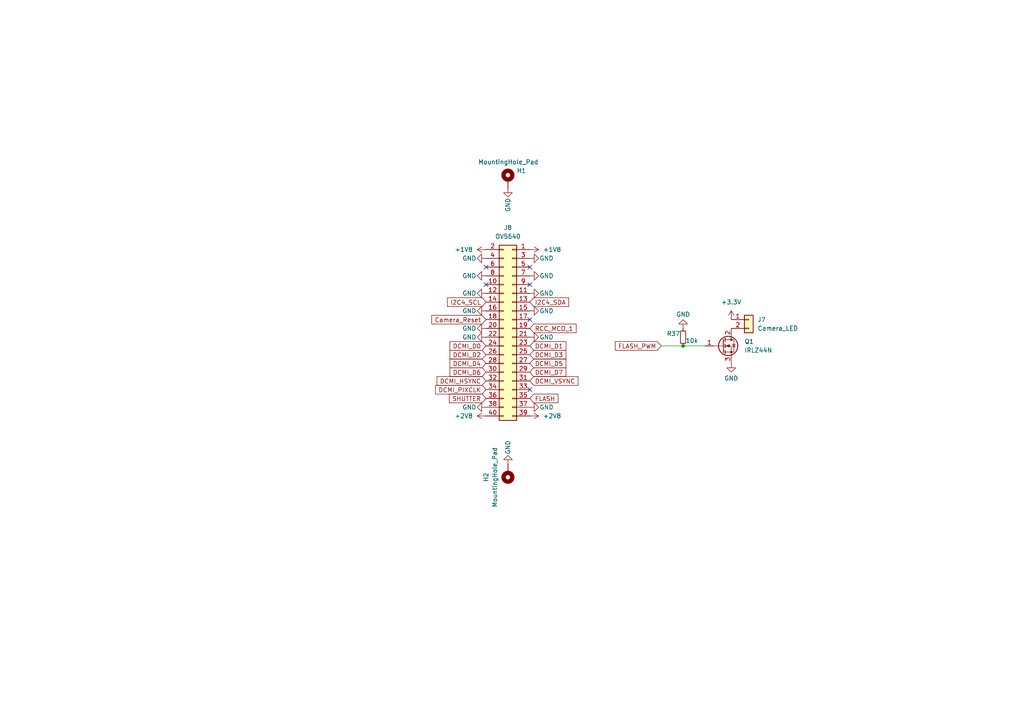
<source format=kicad_sch>
(kicad_sch (version 20250114) (generator "eeschema") (generator_version "9.0")
  (paper "A4")
  (title_block (title "Camera") (date "2025-02-03") (rev "1.0") (company "Roboties"))
  (lib_symbols
    (symbol "Connector_Generic:Conn_01x02" (pin_names (offset 1.016) (hide yes))
      (property "Reference" "J" (at 0 2.54 0))
      (property "Value" "Conn_01x02" (at 0 -5.08 0))
      (symbol "Conn_01x02_1_1"
        (rectangle (start -1.27 1.27) (end 1.27 -3.81) (stroke (width 0.254)) (fill (type background)))
        (rectangle (start -1.27 0.127) (end 0 -0.127) (stroke (width 0.1524)))
        (rectangle (start -1.27 -2.413) (end 0 -2.667) (stroke (width 0.1524)))
        (pin passive line (at -5.08 0 0) (length 3.81) (name "Pin_1") (number "1"))
        (pin passive line (at -5.08 -2.54 0) (length 3.81) (name "Pin_2") (number "2"))
      )
    )
    (symbol "Connector_Generic:Conn_02x20_Odd_Even" (pin_names (offset 1.016) (hide yes))
      (property "Reference" "J" (at 1.27 25.4 0))
      (property "Value" "Conn_02x20_Odd_Even" (at 1.27 -27.94 0))
      (symbol "Conn_02x20_Odd_Even_1_1"
        (rectangle (start -1.27 24.13) (end 3.81 -26.67) (stroke (width 0.254)) (fill (type background)))
        (rectangle (start -1.27 22.987) (end 0 22.733) (stroke (width 0.1524)))
        (rectangle (start -1.27 20.447) (end 0 20.193) (stroke (width 0.1524)))
        (rectangle (start -1.27 17.907) (end 0 17.653) (stroke (width 0.1524)))
        (rectangle (start -1.27 15.367) (end 0 15.113) (stroke (width 0.1524)))
        (rectangle (start -1.27 12.827) (end 0 12.573) (stroke (width 0.1524)))
        (rectangle (start -1.27 10.287) (end 0 10.033) (stroke (width 0.1524)))
        (rectangle (start -1.27 7.747) (end 0 7.493) (stroke (width 0.1524)))
        (rectangle (start -1.27 5.207) (end 0 4.953) (stroke (width 0.1524)))
        (rectangle (start -1.27 2.667) (end 0 2.413) (stroke (width 0.1524)))
        (rectangle (start -1.27 0.127) (end 0 -0.127) (stroke (width 0.1524)))
        (rectangle (start -1.27 -2.413) (end 0 -2.667) (stroke (width 0.1524)))
        (rectangle (start -1.27 -4.953) (end 0 -5.207) (stroke (width 0.1524)))
        (rectangle (start -1.27 -7.493) (end 0 -7.747) (stroke (width 0.1524)))
        (rectangle (start -1.27 -10.033) (end 0 -10.287) (stroke (width 0.1524)))
        (rectangle (start -1.27 -12.573) (end 0 -12.827) (stroke (width 0.1524)))
        (rectangle (start -1.27 -15.113) (end 0 -15.367) (stroke (width 0.1524)))
        (rectangle (start -1.27 -17.653) (end 0 -17.907) (stroke (width 0.1524)))
        (rectangle (start -1.27 -20.193) (end 0 -20.447) (stroke (width 0.1524)))
        (rectangle (start -1.27 -22.733) (end 0 -22.987) (stroke (width 0.1524)))
        (rectangle (start -1.27 -25.273) (end 0 -25.527) (stroke (width 0.1524)))
        (rectangle (start 3.81 22.987) (end 2.54 22.733) (stroke (width 0.1524)))
        (rectangle (start 3.81 20.447) (end 2.54 20.193) (stroke (width 0.1524)))
        (rectangle (start 3.81 17.907) (end 2.54 17.653) (stroke (width 0.1524)))
        (rectangle (start 3.81 15.367) (end 2.54 15.113) (stroke (width 0.1524)))
        (rectangle (start 3.81 12.827) (end 2.54 12.573) (stroke (width 0.1524)))
        (rectangle (start 3.81 10.287) (end 2.54 10.033) (stroke (width 0.1524)))
        (rectangle (start 3.81 7.747) (end 2.54 7.493) (stroke (width 0.1524)))
        (rectangle (start 3.81 5.207) (end 2.54 4.953) (stroke (width 0.1524)))
        (rectangle (start 3.81 2.667) (end 2.54 2.413) (stroke (width 0.1524)))
        (rectangle (start 3.81 0.127) (end 2.54 -0.127) (stroke (width 0.1524)))
        (rectangle (start 3.81 -2.413) (end 2.54 -2.667) (stroke (width 0.1524)))
        (rectangle (start 3.81 -4.953) (end 2.54 -5.207) (stroke (width 0.1524)))
        (rectangle (start 3.81 -7.493) (end 2.54 -7.747) (stroke (width 0.1524)))
        (rectangle (start 3.81 -10.033) (end 2.54 -10.287) (stroke (width 0.1524)))
        (rectangle (start 3.81 -12.573) (end 2.54 -12.827) (stroke (width 0.1524)))
        (rectangle (start 3.81 -15.113) (end 2.54 -15.367) (stroke (width 0.1524)))
        (rectangle (start 3.81 -17.653) (end 2.54 -17.907) (stroke (width 0.1524)))
        (rectangle (start 3.81 -20.193) (end 2.54 -20.447) (stroke (width 0.1524)))
        (rectangle (start 3.81 -22.733) (end 2.54 -22.987) (stroke (width 0.1524)))
        (rectangle (start 3.81 -25.273) (end 2.54 -25.527) (stroke (width 0.1524)))
        (pin passive line (at -5.08 22.86 0) (length 3.81) (name "Pin_1") (number "1"))
        (pin passive line (at -5.08 20.32 0) (length 3.81) (name "Pin_3") (number "3"))
        (pin passive line (at -5.08 17.78 0) (length 3.81) (name "Pin_5") (number "5"))
        (pin passive line (at -5.08 15.24 0) (length 3.81) (name "Pin_7") (number "7"))
        (pin passive line (at -5.08 12.7 0) (length 3.81) (name "Pin_9") (number "9"))
        (pin passive line (at -5.08 10.16 0) (length 3.81) (name "Pin_11") (number "11"))
        (pin passive line (at -5.08 7.62 0) (length 3.81) (name "Pin_13") (number "13"))
        (pin passive line (at -5.08 5.08 0) (length 3.81) (name "Pin_15") (number "15"))
        (pin passive line (at -5.08 2.54 0) (length 3.81) (name "Pin_17") (number "17"))
        (pin passive line (at -5.08 0 0) (length 3.81) (name "Pin_19") (number "19"))
        (pin passive line (at -5.08 -2.54 0) (length 3.81) (name "Pin_21") (number "21"))
        (pin passive line (at -5.08 -5.08 0) (length 3.81) (name "Pin_23") (number "23"))
        (pin passive line (at -5.08 -7.62 0) (length 3.81) (name "Pin_25") (number "25"))
        (pin passive line (at -5.08 -10.16 0) (length 3.81) (name "Pin_27") (number "27"))
        (pin passive line (at -5.08 -12.7 0) (length 3.81) (name "Pin_29") (number "29"))
        (pin passive line (at -5.08 -15.24 0) (length 3.81) (name "Pin_31") (number "31"))
        (pin passive line (at -5.08 -17.78 0) (length 3.81) (name "Pin_33") (number "33"))
        (pin passive line (at -5.08 -20.32 0) (length 3.81) (name "Pin_35") (number "35"))
        (pin passive line (at -5.08 -22.86 0) (length 3.81) (name "Pin_37") (number "37"))
        (pin passive line (at -5.08 -25.4 0) (length 3.81) (name "Pin_39") (number "39"))
        (pin passive line (at 7.62 22.86 180) (length 3.81) (name "Pin_2") (number "2"))
        (pin passive line (at 7.62 20.32 180) (length 3.81) (name "Pin_4") (number "4"))
        (pin passive line (at 7.62 17.78 180) (length 3.81) (name "Pin_6") (number "6"))
        (pin passive line (at 7.62 15.24 180) (length 3.81) (name "Pin_8") (number "8"))
        (pin passive line (at 7.62 12.7 180) (length 3.81) (name "Pin_10") (number "10"))
        (pin passive line (at 7.62 10.16 180) (length 3.81) (name "Pin_12") (number "12"))
        (pin passive line (at 7.62 7.62 180) (length 3.81) (name "Pin_14") (number "14"))
        (pin passive line (at 7.62 5.08 180) (length 3.81) (name "Pin_16") (number "16"))
        (pin passive line (at 7.62 2.54 180) (length 3.81) (name "Pin_18") (number "18"))
        (pin passive line (at 7.62 0 180) (length 3.81) (name "Pin_20") (number "20"))
        (pin passive line (at 7.62 -2.54 180) (length 3.81) (name "Pin_22") (number "22"))
        (pin passive line (at 7.62 -5.08 180) (length 3.81) (name "Pin_24") (number "24"))
        (pin passive line (at 7.62 -7.62 180) (length 3.81) (name "Pin_26") (number "26"))
        (pin passive line (at 7.62 -10.16 180) (length 3.81) (name "Pin_28") (number "28"))
        (pin passive line (at 7.62 -12.7 180) (length 3.81) (name "Pin_30") (number "30"))
        (pin passive line (at 7.62 -15.24 180) (length 3.81) (name "Pin_32") (number "32"))
        (pin passive line (at 7.62 -17.78 180) (length 3.81) (name "Pin_34") (number "34"))
        (pin passive line (at 7.62 -20.32 180) (length 3.81) (name "Pin_36") (number "36"))
        (pin passive line (at 7.62 -22.86 180) (length 3.81) (name "Pin_38") (number "38"))
        (pin passive line (at 7.62 -25.4 180) (length 3.81) (name "Pin_40") (number "40"))
      )
    )
    (symbol "Device:R_Small" (pin_numbers (hide yes)) (pin_names (offset 0.254) (hide yes))
      (property "Reference" "R" (at 0.762 0.508 0))
      (property "Value" "R_Small" (at 0.762 -1.016 0))
      (symbol "R_Small_0_1"
        (rectangle (start -0.762 1.778) (end 0.762 -1.778) (stroke (width 0.2032)))
      )
      (symbol "R_Small_1_1"
        (pin passive line (at 0 2.54 270) (length 0.762) (name "~") (number "1"))
        (pin passive line (at 0 -2.54 90) (length 0.762) (name "~") (number "2"))
      )
    )
    (symbol "Mechanical:MountingHole_Pad" (pin_numbers (hide yes)) (pin_names (offset 1.016) (hide yes)) (exclude_from_sim yes) (in_bom no)
      (property "Reference" "H" (at 0 6.35 0))
      (property "Value" "MountingHole_Pad" (at 0 4.445 0))
      (symbol "MountingHole_Pad_0_1"
        (circle (center 0 1.27) (radius 1.27) (stroke (width 1.27)))
      )
      (symbol "MountingHole_Pad_1_1"
        (pin input line (at 0 -2.54 90) (length 2.54) (name "1") (number "1"))
      )
    )
    (symbol "Transistor_FET:IRLZ34N" (pin_names (hide yes))
      (property "Reference" "Q" (at 5.08 1.905 0))
      (property "Value" "IRLZ34N" (at 5.08 0 0))
      (symbol "IRLZ34N_0_1"
        (polyline (pts (xy 0.254 1.905) (xy 0.254 -1.905)) (stroke (width 0.254)))
        (polyline (pts (xy 0.254 0) (xy -2.54 0)))
        (polyline (pts (xy 0.762 2.286) (xy 0.762 1.27)) (stroke (width 0.254)))
        (polyline (pts (xy 0.762 0.508) (xy 0.762 -0.508)) (stroke (width 0.254)))
        (polyline (pts (xy 0.762 -1.27) (xy 0.762 -2.286)) (stroke (width 0.254)))
        (polyline (pts (xy 0.762 -1.778) (xy 3.302 -1.778) (xy 3.302 1.778) (xy 0.762 1.778)))
        (polyline (pts (xy 1.016 0) (xy 2.032 0.381) (xy 2.032 -0.381) (xy 1.016 0)) (fill (type outline)))
        (circle (center 1.651 0) (radius 2.794) (stroke (width 0.254)))
        (polyline (pts (xy 2.54 2.54) (xy 2.54 1.778)))
        (circle (center 2.54 1.778) (radius 0.254) (fill (type outline)))
        (circle (center 2.54 -1.778) (radius 0.254) (fill (type outline)))
        (polyline (pts (xy 2.54 -2.54) (xy 2.54 0) (xy 0.762 0)))
        (polyline (pts (xy 2.794 0.508) (xy 2.921 0.381) (xy 3.683 0.381) (xy 3.81 0.254)))
        (polyline (pts (xy 3.302 0.381) (xy 2.921 -0.254) (xy 3.683 -0.254) (xy 3.302 0.381)))
      )
      (symbol "IRLZ34N_1_1"
        (pin input line (at -5.08 0 0) (length 2.54) (name "G") (number "1"))
        (pin passive line (at 2.54 5.08 270) (length 2.54) (name "D") (number "2"))
        (pin passive line (at 2.54 -5.08 90) (length 2.54) (name "S") (number "3"))
      )
    )
    (symbol "power:+2V8" (power) (pin_numbers (hide yes)) (pin_names (offset 0) (hide yes))
      (property "Value" "+2V8" (at 0 3.556 0))
      (symbol "+2V8_0_1"
        (polyline (pts (xy -0.762 1.27) (xy 0 2.54)))
        (polyline (pts (xy 0 2.54) (xy 0.762 1.27)))
        (polyline (pts (xy 0 0) (xy 0 2.54)))
      )
      (symbol "+2V8_1_1"
        (pin power_in line (at 0 0 90) (length 0) (name "~") (number "1"))
      )
    )
    (symbol "power:+3.3V" (power) (pin_numbers (hide yes)) (pin_names (offset 0) (hide yes))
      (property "Value" "+3.3V" (at 0 3.556 0))
      (symbol "+3.3V_0_1"
        (polyline (pts (xy -0.762 1.27) (xy 0 2.54)))
        (polyline (pts (xy 0 2.54) (xy 0.762 1.27)))
        (polyline (pts (xy 0 0) (xy 0 2.54)))
      )
      (symbol "+3.3V_1_1"
        (pin power_in line (at 0 0 90) (length 0) (name "~") (number "1"))
      )
    )
    (symbol "power:GND" (power) (pin_numbers (hide yes)) (pin_names (offset 0) (hide yes))
      (property "Value" "GND" (at 0 -3.81 0))
      (symbol "GND_0_1"
        (polyline (pts (xy 0 0) (xy 0 -1.27) (xy 1.27 -1.27) (xy 0 -2.54) (xy -1.27 -1.27) (xy 0 -1.27)))
      )
      (symbol "GND_1_1"
        (pin power_in line (at 0 0 270) (length 0) (name "~") (number "1"))
      )
    )
  )
  (junction (at 198.12 100.33))
  (no_connect (at 153.67 113.03))
  (no_connect (at 153.67 82.55))
  (no_connect (at 153.67 77.47))
  (no_connect (at 140.97 77.47))
  (no_connect (at 153.67 92.71))
  (no_connect (at 140.97 82.55))
  (wire (pts (xy 191.77 100.33) (xy 198.12 100.33)))
  (wire (pts (xy 198.12 100.33) (xy 204.47 100.33)))
  (global_label "DCMI_D3" (shape input) (at 153.67 102.87 0) (property "Intersheetrefs" "${INTERSHEET_REFS}" (effects (hide yes))))
  (global_label "FLASH" (shape input) (at 153.67 115.57 0) (property "Intersheetrefs" "${INTERSHEET_REFS}" (effects (hide yes))))
  (global_label "DCMI_D6" (shape input) (at 140.97 107.95 180) (property "Intersheetrefs" "${INTERSHEET_REFS}" (effects (hide yes))))
  (global_label "DCMI_PIXCLK" (shape input) (at 140.97 113.03 180) (property "Intersheetrefs" "${INTERSHEET_REFS}" (effects (hide yes))))
  (global_label "Camera_Reset" (shape input) (at 140.97 92.71 180) (property "Intersheetrefs" "${INTERSHEET_REFS}" (effects (hide yes))))
  (global_label "DCMI_D2" (shape input) (at 140.97 102.87 180) (property "Intersheetrefs" "${INTERSHEET_REFS}" (effects (hide yes))))
  (global_label "DCMI_VSYNC" (shape input) (at 153.67 110.49 0) (property "Intersheetrefs" "${INTERSHEET_REFS}" (effects (hide yes))))
  (global_label "I2C4_SCL" (shape input) (at 140.97 87.63 180) (property "Intersheetrefs" "${INTERSHEET_REFS}" (effects (hide yes))))
  (global_label "DCMI_D4" (shape input) (at 140.97 105.41 180) (property "Intersheetrefs" "${INTERSHEET_REFS}" (effects (hide yes))))
  (global_label "DCMI_D0" (shape input) (at 140.97 100.33 180) (property "Intersheetrefs" "${INTERSHEET_REFS}" (effects (hide yes))))
  (global_label "DCMI_HSYNC" (shape input) (at 140.97 110.49 180) (property "Intersheetrefs" "${INTERSHEET_REFS}" (effects (hide yes))))
  (global_label "DCMI_D1" (shape input) (at 153.67 100.33 0) (property "Intersheetrefs" "${INTERSHEET_REFS}" (effects (hide yes))))
  (global_label "SHUTTER" (shape input) (at 140.97 115.57 180) (property "Intersheetrefs" "${INTERSHEET_REFS}" (effects (hide yes))))
  (global_label "DCMI_D7" (shape input) (at 153.67 107.95 0) (property "Intersheetrefs" "${INTERSHEET_REFS}" (effects (hide yes))))
  (global_label "I2C4_SDA" (shape input) (at 153.67 87.63 0) (property "Intersheetrefs" "${INTERSHEET_REFS}" (effects (hide yes))))
  (global_label "RCC_MCO_1" (shape input) (at 153.67 95.25 0) (property "Intersheetrefs" "${INTERSHEET_REFS}" (effects (hide yes))))
  (global_label "FLASH_PWM" (shape input) (at 191.77 100.33 180) (property "Intersheetrefs" "${INTERSHEET_REFS}" (effects (hide yes))))
  (global_label "DCMI_D5" (shape input) (at 153.67 105.41 0) (property "Intersheetrefs" "${INTERSHEET_REFS}" (effects (hide yes))))
  (symbol (lib_id "power:GND") (at 153.67 74.93 90) (unit 1)
    (property "Reference" "#PWR081" (effects (hide yes)))
    (property "Value" "GND" (at 156.464 74.93 90) (effects (justify right)))
    (property "Description" "Power symbol creates a global label with name \"GND\" , ground" (effects (hide yes)))
  )
  (symbol (lib_id "power:GND") (at 140.97 97.79 270) (unit 1)
    (property "Reference" "#PWR088" (effects (hide yes)))
    (property "Value" "GND" (at 138.176 97.79 90) (effects (justify right)))
    (property "Description" "Power symbol creates a global label with name \"GND\" , ground" (effects (hide yes)))
  )
  (symbol (lib_id "Connector_Generic:Conn_01x02") (at 217.17 92.71 0) (unit 1)
    (property "Reference" "J7" (at 219.71 92.7099 0) (effects (justify left)))
    (property "Value" "Camera_LED" (at 219.71 95.2499 0) (effects (justify left)))
    (property "Footprint" "Connector_PinHeader_2.54mm:PinHeader_1x02_P2.54mm_Vertical" (effects (hide yes)))
    (property "Description" "Generic connector, single row, 01x02, script generated (kicad-library-utils/schlib/autogen/connector/)" (effects (hide yes)))
  )
  (symbol (lib_id "power:+3.3V") (at 212.09 92.71 0) (unit 1)
    (property "Reference" "#PWR0115" (effects (hide yes)))
    (property "Value" "+3.3V" (at 212.09 87.63 0))
    (property "Description" "Power symbol creates a global label with name \"+3.3V\"" (effects (hide yes)))
  )
  (symbol (lib_id "power:GND") (at 212.09 105.41 0) (unit 1)
    (property "Reference" "#PWR0116" (effects (hide yes)))
    (property "Value" "GND" (at 214.122 109.728 0) (effects (justify right)))
    (property "Description" "Power symbol creates a global label with name \"GND\" , ground" (effects (hide yes)))
  )
  (symbol (lib_id "power:GND") (at 147.32 54.61 0) (unit 1)
    (property "Reference" "#PWR095" (effects (hide yes)))
    (property "Value" "GND" (at 147.32 57.404 90) (effects (justify right)))
    (property "Description" "Power symbol creates a global label with name \"GND\" , ground" (effects (hide yes)))
  )
  (symbol (lib_id "power:+2V8") (at 153.67 120.65 270) (unit 1)
    (property "Reference" "#PWR092" (effects (hide yes)))
    (property "Value" "+2V8" (at 157.48 120.6499 90) (effects (justify left)))
    (property "Description" "Power symbol creates a global label with name \"+2V8\"" (effects (hide yes)))
  )
  (symbol (lib_id "Transistor_FET:IRLZ34N") (at 209.55 100.33 0) (unit 1)
    (property "Reference" "Q1" (at 215.9 99.0599 0) (effects (justify left)))
    (property "Value" "IRLZ44N" (at 215.9 101.5999 0) (effects (justify left)))
    (property "Footprint" "Package_TO_SOT_THT:TO-220-3_Horizontal_TabDown" (effects (hide yes)))
    (property "Datasheet" "http://www.infineon.com/dgdl/irlz34npbf.pdf?fileId=5546d462533600a40153567206892720" (effects (hide yes)))
    (property "Description" "30A Id, 55V Vds, 35mOhm Rds, N-Channel HEXFET Power MOSFET, TO-220AB" (effects (hide yes)))
  )
  (symbol (lib_id "power:+2V8") (at 153.67 72.39 270) (unit 1)
    (property "Reference" "#PWR0128" (effects (hide yes)))
    (property "Value" "+1V8" (at 157.48 72.3899 90) (effects (justify left)))
    (property "Description" "Power symbol creates a global label with name \"+2V8\"" (effects (hide yes)))
  )
  (symbol (lib_id "power:+2V8") (at 140.97 120.65 90) (unit 1)
    (property "Reference" "#PWR093" (effects (hide yes)))
    (property "Value" "+2V8" (at 137.16 120.6499 90) (effects (justify left)))
    (property "Description" "Power symbol creates a global label with name \"+2V8\"" (effects (hide yes)))
  )
  (symbol (lib_id "Connector_Generic:Conn_02x20_Odd_Even") (at 148.59 95.25 0) (mirror y) (unit 1)
    (property "Reference" "J8" (at 147.32 66.04 0))
    (property "Value" "OV5640" (at 147.32 68.58 0))
    (property "Footprint" "Connector_PinSocket_1.00mm:PinSocket_2x20_P1.00mm_Vertical_SMD" (effects (hide yes)))
    (property "Description" "Generic connector, double row, 02x20, odd/even pin numbering scheme (row 1 odd numbers, row 2 even numbers), script generated (kicad-library-utils/schlib/autogen/connector/)" (effects (hide yes)))
  )
  (symbol (lib_id "power:GND") (at 153.67 85.09 90) (unit 1)
    (property "Reference" "#PWR086" (effects (hide yes)))
    (property "Value" "GND" (at 156.464 85.09 90) (effects (justify right)))
    (property "Description" "Power symbol creates a global label with name \"GND\" , ground" (effects (hide yes)))
  )
  (symbol (lib_id "power:GND") (at 140.97 74.93 270) (unit 1)
    (property "Reference" "#PWR082" (effects (hide yes)))
    (property "Value" "GND" (at 138.176 74.93 90) (effects (justify right)))
    (property "Description" "Power symbol creates a global label with name \"GND\" , ground" (effects (hide yes)))
  )
  (symbol (lib_id "power:GND") (at 198.12 95.25 180) (unit 1)
    (property "Reference" "#PWR0113" (effects (hide yes)))
    (property "Value" "GND" (at 196.088 91.186 0) (effects (justify right)))
    (property "Description" "Power symbol creates a global label with name \"GND\" , ground" (effects (hide yes)))
  )
  (symbol (lib_id "power:GND") (at 147.32 134.62 180) (unit 1)
    (property "Reference" "#PWR094" (effects (hide yes)))
    (property "Value" "GND" (at 147.32 131.826 90) (effects (justify right)))
    (property "Description" "Power symbol creates a global label with name \"GND\" , ground" (effects (hide yes)))
  )
  (symbol (lib_id "power:GND") (at 153.67 97.79 90) (unit 1)
    (property "Reference" "#PWR089" (effects (hide yes)))
    (property "Value" "GND" (at 156.464 97.79 90) (effects (justify right)))
    (property "Description" "Power symbol creates a global label with name \"GND\" , ground" (effects (hide yes)))
  )
  (symbol (lib_id "power:GND") (at 153.67 118.11 90) (unit 1)
    (property "Reference" "#PWR090" (effects (hide yes)))
    (property "Value" "GND" (at 156.464 118.11 90) (effects (justify right)))
    (property "Description" "Power symbol creates a global label with name \"GND\" , ground" (effects (hide yes)))
  )
  (symbol (lib_id "Device:R_Small") (at 198.12 97.79 180) (unit 1)
    (property "Reference" "R37" (at 195.326 96.774 0))
    (property "Value" "10k" (at 200.66 98.806 0))
    (property "Footprint" "Resistor_SMD:R_0603_1608Metric" (effects (hide yes)))
    (property "Description" "Resistor, small symbol" (effects (hide yes)))
  )
  (symbol (lib_id "power:GND") (at 140.97 95.25 270) (unit 1)
    (property "Reference" "#PWR0140" (effects (hide yes)))
    (property "Value" "GND" (at 138.176 95.25 90) (effects (justify right)))
    (property "Description" "Power symbol creates a global label with name \"GND\" , ground" (effects (hide yes)))
  )
  (symbol (lib_id "Mechanical:MountingHole_Pad") (at 147.32 137.16 180) (unit 1) (exclude_from_sim yes) (in_bom no)
    (property "Reference" "H2" (at 140.97 138.43 90))
    (property "Value" "MountingHole_Pad" (at 143.51 138.43 90))
    (property "Footprint" "MountingHole:MountingHole_3.2mm_M3_DIN965_Pad" (effects (hide yes)))
    (property "Description" "Mounting Hole with connection" (effects (hide yes)))
  )
  (symbol (lib_id "power:+2V8") (at 140.97 72.39 90) (unit 1)
    (property "Reference" "#PWR0127" (effects (hide yes)))
    (property "Value" "+1V8" (at 137.16 72.3899 90) (effects (justify left)))
    (property "Description" "Power symbol creates a global label with name \"+2V8\"" (effects (hide yes)))
  )
  (symbol (lib_id "power:GND") (at 140.97 118.11 270) (unit 1)
    (property "Reference" "#PWR091" (effects (hide yes)))
    (property "Value" "GND" (at 138.176 118.11 90) (effects (justify right)))
    (property "Description" "Power symbol creates a global label with name \"GND\" , ground" (effects (hide yes)))
  )
  (symbol (lib_id "power:GND") (at 140.97 85.09 270) (unit 1)
    (property "Reference" "#PWR085" (effects (hide yes)))
    (property "Value" "GND" (at 138.176 85.09 90) (effects (justify right)))
    (property "Description" "Power symbol creates a global label with name \"GND\" , ground" (effects (hide yes)))
  )
  (symbol (lib_id "power:GND") (at 140.97 90.17 270) (unit 1)
    (property "Reference" "#PWR0139" (effects (hide yes)))
    (property "Value" "GND" (at 138.176 90.17 90) (effects (justify right)))
    (property "Description" "Power symbol creates a global label with name \"GND\" , ground" (effects (hide yes)))
  )
  (symbol (lib_id "Mechanical:MountingHole_Pad") (at 147.32 52.07 0) (unit 1) (exclude_from_sim yes) (in_bom no)
    (property "Reference" "H1" (at 149.86 49.5299 0) (effects (justify left)))
    (property "Value" "MountingHole_Pad" (at 138.684 46.99 0) (effects (justify left)))
    (property "Footprint" "MountingHole:MountingHole_3.2mm_M3_DIN965_Pad" (effects (hide yes)))
    (property "Description" "Mounting Hole with connection" (effects (hide yes)))
  )
  (symbol (lib_id "power:GND") (at 153.67 90.17 90) (unit 1)
    (property "Reference" "#PWR087" (effects (hide yes)))
    (property "Value" "GND" (at 156.464 90.17 90) (effects (justify right)))
    (property "Description" "Power symbol creates a global label with name \"GND\" , ground" (effects (hide yes)))
  )
  (symbol (lib_id "power:GND") (at 140.97 80.01 270) (unit 1)
    (property "Reference" "#PWR083" (effects (hide yes)))
    (property "Value" "GND" (at 138.176 80.01 90) (effects (justify right)))
    (property "Description" "Power symbol creates a global label with name \"GND\" , ground" (effects (hide yes)))
  )
  (symbol (lib_id "power:GND") (at 153.67 80.01 90) (unit 1)
    (property "Reference" "#PWR084" (effects (hide yes)))
    (property "Value" "GND" (at 156.464 80.01 90) (effects (justify right)))
    (property "Description" "Power symbol creates a global label with name \"GND\" , ground" (effects (hide yes)))
  )
)
</source>
